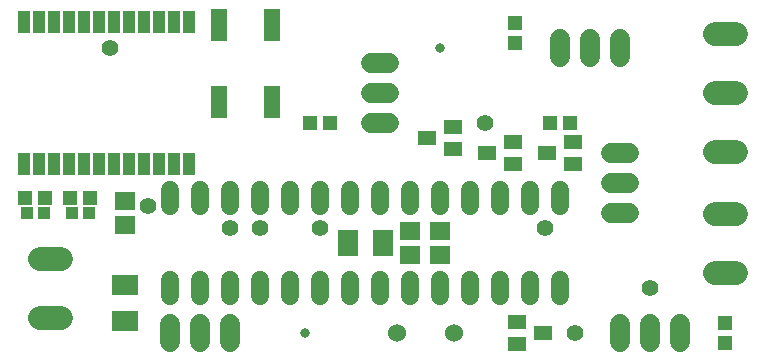
<source format=gts>
G75*
G70*
%OFA0B0*%
%FSLAX24Y24*%
%IPPOS*%
%LPD*%
%AMOC8*
5,1,8,0,0,1.08239X$1,22.5*
%
%ADD10C,0.0320*%
%ADD11C,0.0600*%
%ADD12C,0.0680*%
%ADD13C,0.0785*%
%ADD14R,0.0710X0.0592*%
%ADD15R,0.0474X0.0513*%
%ADD16R,0.0395X0.0395*%
%ADD17R,0.0580X0.1080*%
%ADD18R,0.0867X0.0671*%
%ADD19R,0.0671X0.0867*%
%ADD20C,0.0600*%
%ADD21R,0.0631X0.0474*%
%ADD22R,0.0513X0.0474*%
%ADD23R,0.0400X0.0740*%
%ADD24C,0.0560*%
D10*
X011562Y002145D03*
X016062Y011645D03*
D11*
X016062Y006905D02*
X016062Y006385D01*
X015062Y006385D02*
X015062Y006905D01*
X014062Y006905D02*
X014062Y006385D01*
X013062Y006385D02*
X013062Y006905D01*
X012062Y006905D02*
X012062Y006385D01*
X011062Y006385D02*
X011062Y006905D01*
X010062Y006905D02*
X010062Y006385D01*
X009062Y006385D02*
X009062Y006905D01*
X008062Y006905D02*
X008062Y006385D01*
X007062Y006385D02*
X007062Y006905D01*
X007062Y003905D02*
X007062Y003385D01*
X008062Y003385D02*
X008062Y003905D01*
X009062Y003905D02*
X009062Y003385D01*
X010062Y003385D02*
X010062Y003905D01*
X011062Y003905D02*
X011062Y003385D01*
X012062Y003385D02*
X012062Y003905D01*
X013062Y003905D02*
X013062Y003385D01*
X014062Y003385D02*
X014062Y003905D01*
X015062Y003905D02*
X015062Y003385D01*
X016062Y003385D02*
X016062Y003905D01*
X017062Y003905D02*
X017062Y003385D01*
X018062Y003385D02*
X018062Y003905D01*
X019062Y003905D02*
X019062Y003385D01*
X020062Y003385D02*
X020062Y003905D01*
X020062Y006385D02*
X020062Y006905D01*
X019062Y006905D02*
X019062Y006385D01*
X018062Y006385D02*
X018062Y006905D01*
X017062Y006905D02*
X017062Y006385D01*
D12*
X021762Y006145D02*
X022362Y006145D01*
X022362Y007145D02*
X021762Y007145D01*
X021762Y008145D02*
X022362Y008145D01*
X022062Y011345D02*
X022062Y011945D01*
X021062Y011945D02*
X021062Y011345D01*
X020062Y011345D02*
X020062Y011945D01*
X014362Y011145D02*
X013762Y011145D01*
X013762Y010145D02*
X014362Y010145D01*
X014362Y009145D02*
X013762Y009145D01*
X009062Y002445D02*
X009062Y001845D01*
X008062Y001845D02*
X008062Y002445D01*
X007062Y002445D02*
X007062Y001845D01*
X022062Y001845D02*
X022062Y002445D01*
X023062Y002445D02*
X023062Y001845D01*
X024062Y001845D02*
X024062Y002445D01*
D13*
X003415Y002661D02*
X002710Y002661D01*
X002710Y004629D02*
X003415Y004629D01*
X025210Y004161D02*
X025915Y004161D01*
X025915Y006129D02*
X025210Y006129D01*
X025217Y008177D02*
X025922Y008177D01*
X025922Y010145D02*
X025217Y010145D01*
X025217Y012114D02*
X025922Y012114D01*
D14*
X016062Y005539D03*
X015062Y005539D03*
X015062Y004752D03*
X016062Y004752D03*
X005562Y005752D03*
X005562Y006539D03*
D15*
X004397Y006645D03*
X003727Y006645D03*
X002897Y006645D03*
X002227Y006645D03*
X011727Y009145D03*
X012397Y009145D03*
X019727Y009145D03*
X020397Y009145D03*
D16*
X004357Y006145D03*
X003767Y006145D03*
X002857Y006145D03*
X002267Y006145D03*
D17*
X008672Y009865D03*
X010452Y009865D03*
X010452Y012425D03*
X008672Y012425D03*
D18*
X005562Y003736D03*
X005562Y002555D03*
D19*
X012971Y005145D03*
X014153Y005145D03*
D20*
X014612Y002145D03*
X016512Y002145D03*
D21*
X018629Y001771D03*
X019495Y002145D03*
X018629Y002519D03*
X018495Y007771D03*
X017629Y008145D03*
X018495Y008519D03*
X019629Y008145D03*
X020495Y007771D03*
X020495Y008519D03*
X016495Y008271D03*
X015629Y008645D03*
X016495Y009019D03*
D22*
X018562Y011811D03*
X018562Y012480D03*
X025562Y002480D03*
X025562Y001811D03*
D23*
X007692Y007783D03*
X007192Y007783D03*
X006692Y007783D03*
X006192Y007783D03*
X005692Y007783D03*
X005192Y007783D03*
X004692Y007783D03*
X004192Y007783D03*
X003692Y007783D03*
X003192Y007783D03*
X002692Y007783D03*
X002192Y007783D03*
X002192Y012507D03*
X002692Y012507D03*
X003192Y012507D03*
X003692Y012507D03*
X004192Y012507D03*
X004692Y012507D03*
X005192Y012507D03*
X005692Y012507D03*
X006192Y012507D03*
X006692Y012507D03*
X007192Y012507D03*
X007692Y012507D03*
D24*
X005062Y011645D03*
X006312Y006395D03*
X009062Y005645D03*
X010062Y005645D03*
X012062Y005645D03*
X017562Y009145D03*
X019562Y005645D03*
X023062Y003645D03*
X020562Y002145D03*
M02*

</source>
